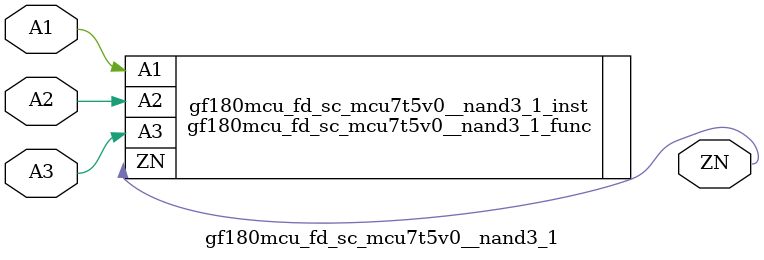
<source format=v>

module gf180mcu_fd_sc_mcu7t5v0__nand3_1( A3, ZN, A2, A1 );
input A1, A2, A3;
output ZN;

   `ifdef FUNCTIONAL  //  functional //

	gf180mcu_fd_sc_mcu7t5v0__nand3_1_func gf180mcu_fd_sc_mcu7t5v0__nand3_1_behav_inst(.A3(A3),.ZN(ZN),.A2(A2),.A1(A1));

   `else

	gf180mcu_fd_sc_mcu7t5v0__nand3_1_func gf180mcu_fd_sc_mcu7t5v0__nand3_1_inst(.A3(A3),.ZN(ZN),.A2(A2),.A1(A1));

	// spec_gates_begin


	// spec_gates_end



   specify

	// specify_block_begin

	// comb arc A1 --> ZN
	 (A1 => ZN) = (1.0,1.0);

	// comb arc A2 --> ZN
	 (A2 => ZN) = (1.0,1.0);

	// comb arc A3 --> ZN
	 (A3 => ZN) = (1.0,1.0);

	// specify_block_end

   endspecify

   `endif

endmodule

</source>
